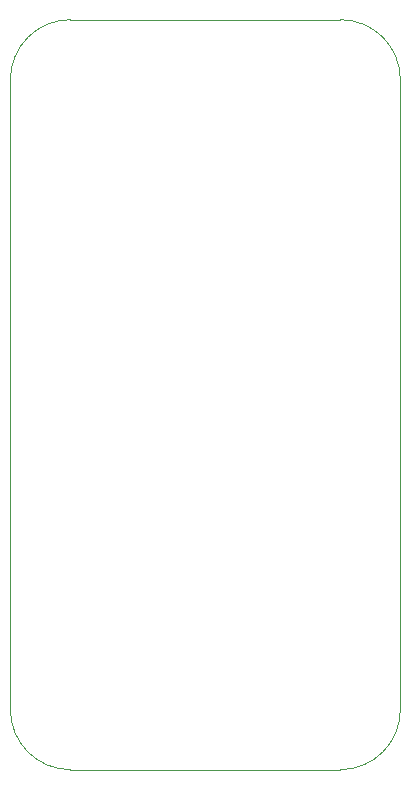
<source format=gbr>
%TF.GenerationSoftware,KiCad,Pcbnew,(6.0.9-0)*%
%TF.CreationDate,2024-06-20T10:35:51+02:00*%
%TF.ProjectId,filter-board,66696c74-6572-42d6-926f-6172642e6b69,rev?*%
%TF.SameCoordinates,Original*%
%TF.FileFunction,Profile,NP*%
%FSLAX46Y46*%
G04 Gerber Fmt 4.6, Leading zero omitted, Abs format (unit mm)*
G04 Created by KiCad (PCBNEW (6.0.9-0)) date 2024-06-20 10:35:51*
%MOMM*%
%LPD*%
G01*
G04 APERTURE LIST*
%TA.AperFunction,Profile*%
%ADD10C,0.100000*%
%TD*%
G04 APERTURE END LIST*
D10*
X48260000Y-93980000D02*
X48260000Y-40640000D01*
X53340000Y-35560000D02*
G75*
G03*
X48260000Y-40640000I0J-5080000D01*
G01*
X53340000Y-35560000D02*
X76200000Y-35560000D01*
X81280000Y-40640000D02*
G75*
G03*
X76200000Y-35560000I-5080000J0D01*
G01*
X76200000Y-99060000D02*
G75*
G03*
X81280000Y-93980000I0J5080000D01*
G01*
X81280000Y-40640000D02*
X81280000Y-93980000D01*
X48260000Y-93980000D02*
G75*
G03*
X53340000Y-99060000I5080000J0D01*
G01*
X76200000Y-99060000D02*
X53340000Y-99060000D01*
M02*

</source>
